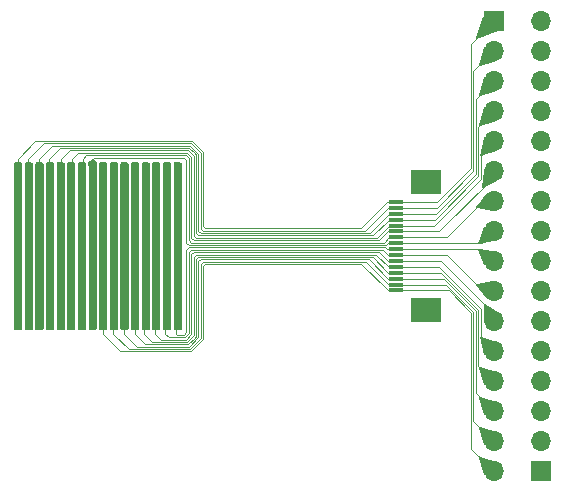
<source format=gbr>
%TF.GenerationSoftware,KiCad,Pcbnew,8.0.8-8.0.8-0~ubuntu24.04.1*%
%TF.CreationDate,2025-02-27T17:22:47+00:00*%
%TF.ProjectId,customSquare16x16mini,63757374-6f6d-4537-9175-617265313678,rev?*%
%TF.SameCoordinates,Original*%
%TF.FileFunction,Copper,L2,Bot*%
%TF.FilePolarity,Positive*%
%FSLAX46Y46*%
G04 Gerber Fmt 4.6, Leading zero omitted, Abs format (unit mm)*
G04 Created by KiCad (PCBNEW 8.0.8-8.0.8-0~ubuntu24.04.1) date 2025-02-27 17:22:47*
%MOMM*%
%LPD*%
G01*
G04 APERTURE LIST*
%TA.AperFunction,Conductor*%
%ADD10C,0.000000*%
%TD*%
%TA.AperFunction,ComponentPad*%
%ADD11R,1.700000X1.700000*%
%TD*%
%TA.AperFunction,ComponentPad*%
%ADD12O,1.700000X1.700000*%
%TD*%
%TA.AperFunction,SMDPad,CuDef*%
%ADD13R,1.250000X0.300000*%
%TD*%
%TA.AperFunction,SMDPad,CuDef*%
%ADD14R,2.500000X2.000000*%
%TD*%
%TA.AperFunction,Conductor*%
%ADD15C,0.101600*%
%TD*%
G04 APERTURE END LIST*
D10*
%TA.AperFunction,Conductor*%
%TO.N,/out7*%
G36*
X114650001Y-107650001D02*
G01*
X114650001Y-107900000D01*
X113950001Y-107900000D01*
X113950001Y-107650000D01*
X114300001Y-107350000D01*
X114400001Y-107350000D01*
X114650001Y-107650001D01*
G37*
%TD.AperFunction*%
%TD*%
D11*
%TO.P,J1,1,Pin_1*%
%TO.N,/out0*%
X148250000Y-95700000D03*
D12*
%TO.P,J1,2,Pin_2*%
%TO.N,/out1*%
X148250000Y-98240000D03*
%TO.P,J1,3,Pin_3*%
%TO.N,/out2*%
X148250000Y-100780000D03*
%TO.P,J1,4,Pin_4*%
%TO.N,/out3*%
X148250000Y-103320000D03*
%TO.P,J1,5,Pin_5*%
%TO.N,/out4*%
X148250000Y-105860000D03*
%TO.P,J1,6,Pin_6*%
%TO.N,/out5*%
X148250000Y-108400000D03*
%TO.P,J1,7,Pin_7*%
%TO.N,/out6*%
X148250000Y-110940000D03*
%TO.P,J1,8,Pin_8*%
%TO.N,/out7*%
X148250000Y-113480000D03*
%TO.P,J1,9,Pin_9*%
%TO.N,/out8*%
X148250000Y-116020000D03*
%TO.P,J1,10,Pin_10*%
%TO.N,/out9*%
X148250000Y-118560000D03*
%TO.P,J1,11,Pin_11*%
%TO.N,/out10*%
X148250000Y-121100000D03*
%TO.P,J1,12,Pin_12*%
%TO.N,/out11*%
X148250000Y-123640000D03*
%TO.P,J1,13,Pin_13*%
%TO.N,/out12*%
X148250000Y-126180000D03*
%TO.P,J1,14,Pin_14*%
%TO.N,/out13*%
X148250000Y-128720000D03*
%TO.P,J1,15,Pin_15*%
%TO.N,/out14*%
X148250000Y-131260000D03*
%TO.P,J1,16,Pin_16*%
%TO.N,/out15*%
X148250000Y-133800000D03*
%TD*%
D11*
%TO.P,J2,1,Pin_1*%
%TO.N,/ain0*%
X152250000Y-133800000D03*
D12*
%TO.P,J2,2,Pin_2*%
%TO.N,/ain1*%
X152250000Y-131260000D03*
%TO.P,J2,3,Pin_3*%
%TO.N,/ain2*%
X152250000Y-128720000D03*
%TO.P,J2,4,Pin_4*%
%TO.N,/ain3*%
X152250000Y-126180000D03*
%TO.P,J2,5,Pin_5*%
%TO.N,/ain4*%
X152250000Y-123640000D03*
%TO.P,J2,6,Pin_6*%
%TO.N,/ain5*%
X152250000Y-121100000D03*
%TO.P,J2,7,Pin_7*%
%TO.N,/ain6*%
X152250000Y-118560000D03*
%TO.P,J2,8,Pin_8*%
%TO.N,/ain7*%
X152250000Y-116020000D03*
%TO.P,J2,9,Pin_9*%
%TO.N,/ain8*%
X152250000Y-113480000D03*
%TO.P,J2,10,Pin_10*%
%TO.N,/ain9*%
X152250000Y-110940000D03*
%TO.P,J2,11,Pin_11*%
%TO.N,/ain10*%
X152250000Y-108400000D03*
%TO.P,J2,12,Pin_12*%
%TO.N,/ain11*%
X152250000Y-105860000D03*
%TO.P,J2,13,Pin_13*%
%TO.N,/ain12*%
X152250000Y-103320000D03*
%TO.P,J2,14,Pin_14*%
%TO.N,/ain13*%
X152250000Y-100780000D03*
%TO.P,J2,15,Pin_15*%
%TO.N,/ain14*%
X152250000Y-98240000D03*
%TO.P,J2,16,Pin_16*%
%TO.N,/ain15*%
X152250000Y-95700000D03*
%TD*%
D13*
%TO.P,FPC1,1,1*%
%TO.N,/out0*%
X139960000Y-111000000D03*
%TO.P,FPC1,2,2*%
%TO.N,/out1*%
X139960000Y-111500000D03*
%TO.P,FPC1,3,3*%
%TO.N,/out2*%
X139960000Y-112000000D03*
%TO.P,FPC1,4,4*%
%TO.N,/out3*%
X139960000Y-112500000D03*
%TO.P,FPC1,5,5*%
%TO.N,/out4*%
X139960000Y-113000000D03*
%TO.P,FPC1,6,6*%
%TO.N,/out5*%
X139960000Y-113500000D03*
%TO.P,FPC1,7,7*%
%TO.N,/out6*%
X139960000Y-114000000D03*
%TO.P,FPC1,8,8*%
%TO.N,/out7*%
X139960000Y-114500000D03*
%TO.P,FPC1,9,9*%
%TO.N,/out8*%
X139960000Y-115000000D03*
%TO.P,FPC1,10,10*%
%TO.N,/out9*%
X139960000Y-115500000D03*
%TO.P,FPC1,11,11*%
%TO.N,/out10*%
X139960000Y-116000000D03*
%TO.P,FPC1,12,12*%
%TO.N,/out11*%
X139960000Y-116500000D03*
%TO.P,FPC1,13,13*%
%TO.N,/out12*%
X139960000Y-117000000D03*
%TO.P,FPC1,14,14*%
%TO.N,/out13*%
X139960000Y-117500000D03*
%TO.P,FPC1,15,15*%
%TO.N,/out14*%
X139960000Y-118000000D03*
%TO.P,FPC1,16,16*%
%TO.N,/out15*%
X139960000Y-118500000D03*
D14*
%TO.P,FPC1,17,17*%
%TO.N,unconnected-(FPC1-Pad17)*%
X142540000Y-120190000D03*
%TO.P,FPC1,18,18*%
%TO.N,unconnected-(FPC1-Pad18)*%
X142540000Y-109310000D03*
%TD*%
D15*
%TO.N,/out4*%
X147150001Y-109047055D02*
X147150001Y-107850000D01*
X147150001Y-107850000D02*
X147151600Y-107848401D01*
X123045201Y-114045200D02*
X122854801Y-113854800D01*
X138354801Y-114045200D02*
X123045201Y-114045200D01*
X143197056Y-113000000D02*
X147150001Y-109047055D01*
X147151600Y-107848401D02*
X147151600Y-106958400D01*
X122415168Y-106645200D02*
X112354801Y-106645200D01*
X122854801Y-107084833D02*
X122415168Y-106645200D01*
X147151600Y-106958400D02*
X148250000Y-105860000D01*
X139400001Y-113000000D02*
X138354801Y-114045200D01*
X111650001Y-107350000D02*
X111650001Y-107850000D01*
X139960000Y-113000000D02*
X139400001Y-113000000D01*
X139960000Y-113000000D02*
X143197056Y-113000000D01*
X122854801Y-113854800D02*
X122854801Y-107084833D01*
X112354801Y-106645200D02*
X111650001Y-107350000D01*
%TO.N,/out6*%
X122248156Y-107048400D02*
X113751601Y-107048400D01*
X122451601Y-107251845D02*
X122248156Y-107048400D01*
X139400001Y-114000000D02*
X138951601Y-114448400D01*
X138951601Y-114448400D02*
X122650001Y-114448400D01*
X122650001Y-114448400D02*
X122451601Y-114250000D01*
X113751601Y-107048400D02*
X113450001Y-107350000D01*
X147360001Y-110940000D02*
X148250000Y-110940000D01*
X144300001Y-114000000D02*
X147360001Y-110940000D01*
X113450001Y-107350000D02*
X113450001Y-107750000D01*
X139960000Y-114000000D02*
X139400001Y-114000000D01*
X139960000Y-114000000D02*
X144300001Y-114000000D01*
X122451601Y-114250000D02*
X122451601Y-107251845D01*
%TO.N,/out14*%
X146545201Y-129555201D02*
X146545201Y-120315412D01*
X137461200Y-116061200D02*
X123638801Y-116061200D01*
X144229789Y-118000000D02*
X139960000Y-118000000D01*
X148250000Y-131260000D02*
X146545201Y-129555201D01*
X139960000Y-118000000D02*
X139400000Y-118000000D01*
X146545201Y-120315412D02*
X144229789Y-118000000D01*
X123459601Y-122551035D02*
X122551036Y-123459600D01*
X122551036Y-123459600D02*
X117359601Y-123459600D01*
X139400000Y-118000000D02*
X137461200Y-116061200D01*
X123638801Y-116061200D02*
X123459601Y-116240400D01*
X123459601Y-116240400D02*
X123459601Y-122551035D01*
X117359601Y-123459600D02*
X116050001Y-122150000D01*
X116050001Y-122150000D02*
X116050001Y-121650000D01*
%TO.N,/out9*%
X122451601Y-115248400D02*
X122451601Y-122133506D01*
X144300000Y-115500000D02*
X139960000Y-115500000D01*
X122451601Y-122133506D02*
X122133507Y-122451600D01*
X139960000Y-115500000D02*
X139335000Y-115500000D01*
X148250000Y-118560000D02*
X147360000Y-118560000D01*
X122133507Y-122451600D02*
X120751601Y-122451600D01*
X139335000Y-115500000D02*
X138888200Y-115053200D01*
X147360000Y-118560000D02*
X144300000Y-115500000D01*
X122646801Y-115053200D02*
X122451601Y-115248400D01*
X120450001Y-122150000D02*
X120450001Y-121650000D01*
X138888200Y-115053200D02*
X122646801Y-115053200D01*
X120751601Y-122451600D02*
X120450001Y-122150000D01*
%TO.N,/out12*%
X143800001Y-117000000D02*
X139960000Y-117000000D01*
X122384025Y-123056400D02*
X118756401Y-123056400D01*
X139350000Y-117000000D02*
X138008000Y-115658000D01*
X123056401Y-115843600D02*
X123056401Y-122384024D01*
X148250000Y-126180000D02*
X146948401Y-124878401D01*
X146948401Y-124878401D02*
X146948401Y-120148400D01*
X138008000Y-115658000D02*
X123242001Y-115658000D01*
X117850001Y-122150000D02*
X117850001Y-121650000D01*
X122938306Y-122502118D02*
X122398412Y-123042012D01*
X146948401Y-120148400D02*
X143800001Y-117000000D01*
X118756401Y-123056400D02*
X117850001Y-122150000D01*
X123056401Y-122384024D02*
X122938306Y-122502118D01*
X123242001Y-115658000D02*
X123056401Y-115843600D01*
X122398412Y-123042012D02*
X122384025Y-123056400D01*
X139960000Y-117000000D02*
X139350000Y-117000000D01*
%TO.N,/out10*%
X122217013Y-122653200D02*
X120053201Y-122653200D01*
X148250000Y-120449999D02*
X143800001Y-116000000D01*
X139285000Y-116000000D02*
X138539800Y-115254800D01*
X122845201Y-115254800D02*
X122653201Y-115446800D01*
X148250000Y-121100000D02*
X148250000Y-120449999D01*
X119550001Y-122150000D02*
X119550001Y-121650000D01*
X139960000Y-116000000D02*
X139285000Y-116000000D01*
X143800001Y-116000000D02*
X139960000Y-116000000D01*
X138539800Y-115254800D02*
X122845201Y-115254800D01*
X122653201Y-122217012D02*
X122217013Y-122653200D01*
X120053201Y-122653200D02*
X119550001Y-122150000D01*
X122653201Y-115446800D02*
X122653201Y-122217012D01*
%TO.N,/out5*%
X138553200Y-114246800D02*
X122846801Y-114246800D01*
X122653201Y-107168339D02*
X122331662Y-106846800D01*
X122846801Y-114246800D02*
X122653201Y-114053200D01*
X122331662Y-106846800D02*
X113053201Y-106846800D01*
X113053201Y-106846800D02*
X112550001Y-107350000D01*
X143600001Y-113500000D02*
X148250000Y-108850001D01*
X139960000Y-113500000D02*
X143600001Y-113500000D01*
X139960000Y-113500000D02*
X139300000Y-113500000D01*
X122653201Y-114053200D02*
X122653201Y-107168339D01*
X148250000Y-108850001D02*
X148250000Y-108400000D01*
X139300000Y-113500000D02*
X138553200Y-114246800D01*
X112550001Y-107350000D02*
X112550001Y-107850000D01*
%TO.N,/out7*%
X122250001Y-114450000D02*
X122250001Y-107450000D01*
X114450001Y-107250000D02*
X114350001Y-107350000D01*
X122050001Y-107250000D02*
X114450001Y-107250000D01*
X139960000Y-114500000D02*
X147230000Y-114500000D01*
X114350001Y-107350000D02*
X114350001Y-107750000D01*
X122450001Y-114650000D02*
X122250001Y-114450000D01*
X139150001Y-114650000D02*
X122450001Y-114650000D01*
X139960000Y-114500000D02*
X139300001Y-114500000D01*
X122250001Y-107450000D02*
X122050001Y-107250000D01*
X139300001Y-114500000D02*
X139150001Y-114650000D01*
X147230000Y-114500000D02*
X148250000Y-113480000D01*
%TO.N,/out15*%
X144444683Y-118500000D02*
X146343601Y-120398918D01*
X146343601Y-131893601D02*
X148250000Y-133800000D01*
X122634542Y-123661200D02*
X116661201Y-123661200D01*
X137062800Y-116262800D02*
X123837201Y-116262800D01*
X139960000Y-118500000D02*
X139300000Y-118500000D01*
X146343601Y-120398918D02*
X146343601Y-131893601D01*
X139300000Y-118500000D02*
X137062800Y-116262800D01*
X139960000Y-118500000D02*
X144444683Y-118500000D01*
X123837201Y-116262800D02*
X123661201Y-116438800D01*
X115150001Y-122150000D02*
X115150001Y-121650000D01*
X123661201Y-122634541D02*
X122634542Y-123661200D01*
X116661201Y-123661200D02*
X115150001Y-122150000D01*
X123661201Y-116438800D02*
X123661201Y-122634541D01*
%TO.N,/out11*%
X147150001Y-120050000D02*
X143600001Y-116500000D01*
X122300519Y-122854800D02*
X119354801Y-122854800D01*
X119354801Y-122854800D02*
X118650001Y-122150000D01*
X123043601Y-115456400D02*
X122854801Y-115645200D01*
X139960000Y-116500000D02*
X139360736Y-116500000D01*
X122854801Y-122300518D02*
X122300519Y-122854800D01*
X147150001Y-122550000D02*
X147150001Y-120050000D01*
X143600001Y-116500000D02*
X139960000Y-116500000D01*
X148250000Y-123640000D02*
X148240001Y-123640000D01*
X148240001Y-123640000D02*
X147150001Y-122550000D01*
X118650001Y-122150000D02*
X118650001Y-121650000D01*
X139360736Y-116500000D02*
X138317136Y-115456400D01*
X122854801Y-115645200D02*
X122854801Y-122300518D01*
X138317136Y-115456400D02*
X123043601Y-115456400D01*
%TO.N,/out2*%
X139960000Y-112000000D02*
X143348528Y-112000000D01*
X109750001Y-107350000D02*
X109750001Y-107850000D01*
X122582180Y-106242000D02*
X110858001Y-106242000D01*
X143348528Y-112000000D02*
X146746801Y-108601727D01*
X123258001Y-113458000D02*
X123258001Y-106917821D01*
X146746801Y-108601727D02*
X146746801Y-102283199D01*
X137758001Y-113642000D02*
X123442001Y-113642000D01*
X139400001Y-112000000D02*
X137758001Y-113642000D01*
X146746801Y-102283199D02*
X148250000Y-100780000D01*
X123442001Y-113642000D02*
X123258001Y-113458000D01*
X139960000Y-112000000D02*
X139400001Y-112000000D01*
X110858001Y-106242000D02*
X109750001Y-107350000D01*
X123258001Y-106917821D02*
X122582180Y-106242000D01*
%TO.N,/out1*%
X110159601Y-106040400D02*
X108850001Y-107350000D01*
X139960000Y-111500000D02*
X139303168Y-111500000D01*
X137362768Y-113440400D02*
X123640401Y-113440400D01*
X123459601Y-106834315D02*
X123341506Y-106716221D01*
X122665686Y-106040400D02*
X110159601Y-106040400D01*
X123237643Y-106612357D02*
X122665686Y-106040400D01*
X146545201Y-108379063D02*
X146545201Y-99944799D01*
X139960000Y-111500000D02*
X143424264Y-111500000D01*
X139303168Y-111500000D02*
X137362768Y-113440400D01*
X123640401Y-113440400D02*
X123459601Y-113259600D01*
X146545201Y-99944799D02*
X148250000Y-98240000D01*
X123459601Y-113259600D02*
X123459601Y-106834315D01*
X108850001Y-107350000D02*
X108850001Y-107850000D01*
X123341506Y-106716221D02*
X123237643Y-106612357D01*
X143424264Y-111500000D02*
X146545201Y-108379063D01*
%TO.N,/out0*%
X109461201Y-105838800D02*
X107950001Y-107350000D01*
X146343601Y-108156399D02*
X146343601Y-97606399D01*
X143500000Y-111000000D02*
X146343601Y-108156399D01*
X139960000Y-111000000D02*
X139250000Y-111000000D01*
X139960000Y-111000000D02*
X143500000Y-111000000D01*
X107950001Y-107350000D02*
X107950001Y-107850000D01*
X137011200Y-113238800D02*
X123838801Y-113238800D01*
X123661201Y-106750809D02*
X122749192Y-105838800D01*
X146343601Y-97606399D02*
X148250000Y-95700000D01*
X123661201Y-113061200D02*
X123661201Y-106750809D01*
X123838801Y-113238800D02*
X123661201Y-113061200D01*
X139250000Y-111000000D02*
X137011200Y-113238800D01*
X122749192Y-105838800D02*
X109461201Y-105838800D01*
%TO.N,/out8*%
X122448401Y-114851600D02*
X122250001Y-115050000D01*
X122250001Y-115050000D02*
X122250001Y-122050000D01*
X139081601Y-114851600D02*
X122448401Y-114851600D01*
X121350001Y-122150000D02*
X121350001Y-121650000D01*
X139960000Y-115000000D02*
X139230001Y-115000000D01*
X139230001Y-115000000D02*
X139081601Y-114851600D01*
X121450001Y-122250000D02*
X121350001Y-122150000D01*
X122050001Y-122250000D02*
X121450001Y-122250000D01*
X148250000Y-116020000D02*
X147230000Y-115000000D01*
X147230000Y-115000000D02*
X139960000Y-115000000D01*
X122250001Y-122050000D02*
X122050001Y-122250000D01*
%TO.N,/out13*%
X118058001Y-123258000D02*
X116950001Y-122150000D01*
X116950001Y-122150000D02*
X116950001Y-121650000D01*
X139960000Y-117500000D02*
X139350000Y-117500000D01*
X146746801Y-120231906D02*
X144014895Y-117500000D01*
X137709600Y-115859600D02*
X123440401Y-115859600D01*
X123258001Y-122467529D02*
X122467530Y-123258000D01*
X122467530Y-123258000D02*
X118058001Y-123258000D01*
X144014895Y-117500000D02*
X139960000Y-117500000D01*
X148250000Y-128720000D02*
X146746801Y-127216801D01*
X139350000Y-117500000D02*
X137709600Y-115859600D01*
X146746801Y-127216801D02*
X146746801Y-120231906D01*
X123440401Y-115859600D02*
X123258001Y-116042000D01*
X123258001Y-116042000D02*
X123258001Y-122467529D01*
%TO.N,/out3*%
X139400001Y-112500000D02*
X138056401Y-113843600D01*
X143272792Y-112500000D02*
X146948401Y-108824391D01*
X111556401Y-106443600D02*
X110650001Y-107350000D01*
X123243601Y-113843600D02*
X123056401Y-113656400D01*
X138056401Y-113843600D02*
X123243601Y-113843600D01*
X146948401Y-108824391D02*
X146948401Y-104621599D01*
X123056401Y-107001327D02*
X122938306Y-106883233D01*
X146948401Y-104621599D02*
X148250000Y-103320000D01*
X139960000Y-112500000D02*
X139400001Y-112500000D01*
X110650001Y-107350000D02*
X110650001Y-107850000D01*
X123056401Y-113656400D02*
X123056401Y-107001327D01*
X139960000Y-112500000D02*
X143272792Y-112500000D01*
X122498674Y-106443600D02*
X111556401Y-106443600D01*
X122938306Y-106883233D02*
X122498674Y-106443600D01*
%TD*%
%TA.AperFunction,Conductor*%
%TO.N,/out7*%
G36*
X114593040Y-107669685D02*
G01*
X114638795Y-107722489D01*
X114650001Y-107774000D01*
X114650001Y-107870973D01*
X114648966Y-107885732D01*
X114649096Y-107885747D01*
X114645795Y-107915031D01*
X114645792Y-107915066D01*
X114644501Y-107938065D01*
X114644501Y-121725999D01*
X114624816Y-121793038D01*
X114572012Y-121838793D01*
X114520501Y-121849999D01*
X114079501Y-121850000D01*
X114012462Y-121830316D01*
X113966707Y-121777512D01*
X113955501Y-121726000D01*
X113955501Y-107955779D01*
X113955177Y-107944263D01*
X113955177Y-107944251D01*
X113954397Y-107930367D01*
X113953429Y-107918885D01*
X113950781Y-107895382D01*
X113950001Y-107881499D01*
X113950001Y-107774000D01*
X113969686Y-107706961D01*
X114022490Y-107661206D01*
X114074000Y-107650000D01*
X114526003Y-107650000D01*
X114593040Y-107669685D01*
G37*
%TD.AperFunction*%
%TD*%
%TA.AperFunction,Conductor*%
%TO.N,/out8*%
G36*
X121793040Y-107669685D02*
G01*
X121838795Y-107722489D01*
X121850001Y-107774000D01*
X121850001Y-121726000D01*
X121830316Y-121793039D01*
X121777512Y-121838794D01*
X121726001Y-121850000D01*
X121279501Y-121850000D01*
X121212462Y-121830315D01*
X121166707Y-121777511D01*
X121155501Y-121726000D01*
X121155501Y-107774000D01*
X121175186Y-107706961D01*
X121227990Y-107661206D01*
X121279501Y-107650000D01*
X121726001Y-107650000D01*
X121793040Y-107669685D01*
G37*
%TD.AperFunction*%
%TD*%
%TA.AperFunction,Conductor*%
%TO.N,/out11*%
G36*
X119087539Y-107669685D02*
G01*
X119133294Y-107722489D01*
X119144500Y-107774000D01*
X119144500Y-121726000D01*
X119124815Y-121793039D01*
X119072011Y-121838794D01*
X119020500Y-121850000D01*
X118579501Y-121849999D01*
X118512461Y-121830314D01*
X118466707Y-121777510D01*
X118455501Y-121725999D01*
X118455501Y-107774000D01*
X118475186Y-107706961D01*
X118527990Y-107661206D01*
X118579501Y-107650000D01*
X119020500Y-107650000D01*
X119087539Y-107669685D01*
G37*
%TD.AperFunction*%
%TD*%
%TA.AperFunction,Conductor*%
%TO.N,/out5*%
G36*
X112787540Y-107669685D02*
G01*
X112833295Y-107722489D01*
X112844501Y-107774000D01*
X112844501Y-121726000D01*
X112824816Y-121793039D01*
X112772012Y-121838794D01*
X112720501Y-121850000D01*
X112279501Y-121850000D01*
X112212462Y-121830315D01*
X112166707Y-121777511D01*
X112155501Y-121726000D01*
X112155501Y-107774000D01*
X112175186Y-107706961D01*
X112227990Y-107661206D01*
X112279501Y-107650000D01*
X112720501Y-107650000D01*
X112787540Y-107669685D01*
G37*
%TD.AperFunction*%
%TD*%
%TA.AperFunction,Conductor*%
%TO.N,/out4*%
G36*
X111893040Y-107669685D02*
G01*
X111938795Y-107722489D01*
X111950001Y-107774000D01*
X111950001Y-121726000D01*
X111930316Y-121793039D01*
X111877512Y-121838794D01*
X111826001Y-121850000D01*
X111379501Y-121850000D01*
X111312462Y-121830315D01*
X111266707Y-121777511D01*
X111255501Y-121726000D01*
X111255501Y-107774000D01*
X111275186Y-107706961D01*
X111327990Y-107661206D01*
X111379501Y-107650000D01*
X111826001Y-107650000D01*
X111893040Y-107669685D01*
G37*
%TD.AperFunction*%
%TD*%
%TA.AperFunction,Conductor*%
%TO.N,/out12*%
G36*
X118193040Y-107669685D02*
G01*
X118238795Y-107722489D01*
X118250001Y-107774000D01*
X118250001Y-121726000D01*
X118230316Y-121793039D01*
X118177512Y-121838794D01*
X118126001Y-121850000D01*
X117679501Y-121850000D01*
X117612462Y-121830315D01*
X117566707Y-121777511D01*
X117555501Y-121726000D01*
X117555501Y-107774000D01*
X117575186Y-107706961D01*
X117627990Y-107661206D01*
X117679501Y-107650000D01*
X118126001Y-107650000D01*
X118193040Y-107669685D01*
G37*
%TD.AperFunction*%
%TD*%
%TA.AperFunction,Conductor*%
%TO.N,/out10*%
G36*
X119987540Y-107669686D02*
G01*
X120033295Y-107722490D01*
X120044501Y-107774001D01*
X120044501Y-121725999D01*
X120024816Y-121793038D01*
X119972012Y-121838793D01*
X119920501Y-121849999D01*
X119474000Y-121849999D01*
X119406961Y-121830314D01*
X119361206Y-121777510D01*
X119350000Y-121726003D01*
X119350000Y-107774000D01*
X119369685Y-107706962D01*
X119422489Y-107661207D01*
X119474000Y-107650001D01*
X119920501Y-107650001D01*
X119987540Y-107669686D01*
G37*
%TD.AperFunction*%
%TD*%
%TA.AperFunction,Conductor*%
%TO.N,/out15*%
G36*
X115487540Y-107669685D02*
G01*
X115533295Y-107722489D01*
X115544501Y-107774000D01*
X115544501Y-121725999D01*
X115524816Y-121793038D01*
X115472012Y-121838793D01*
X115420501Y-121849999D01*
X114974001Y-121849999D01*
X114906962Y-121830314D01*
X114861207Y-121777510D01*
X114850001Y-121725999D01*
X114850001Y-107938067D01*
X114853110Y-107910476D01*
X114853299Y-107909646D01*
X114855501Y-107900000D01*
X114855501Y-107774000D01*
X114875186Y-107706961D01*
X114927990Y-107661206D01*
X114979497Y-107650000D01*
X115420501Y-107650000D01*
X115487540Y-107669685D01*
G37*
%TD.AperFunction*%
%TD*%
%TA.AperFunction,Conductor*%
%TO.N,/out1*%
G36*
X109187540Y-107669685D02*
G01*
X109233295Y-107722489D01*
X109244501Y-107774000D01*
X109244501Y-121726000D01*
X109224816Y-121793039D01*
X109172012Y-121838794D01*
X109120501Y-121850000D01*
X108679501Y-121850000D01*
X108612462Y-121830315D01*
X108566707Y-121777511D01*
X108555501Y-121726000D01*
X108555501Y-121725999D01*
X108555502Y-107774000D01*
X108555501Y-107773997D01*
X108575186Y-107706961D01*
X108627990Y-107661206D01*
X108679500Y-107650000D01*
X109120503Y-107650000D01*
X109187540Y-107669685D01*
G37*
%TD.AperFunction*%
%TD*%
%TA.AperFunction,Conductor*%
%TO.N,/out0*%
G36*
X108293041Y-107669685D02*
G01*
X108338796Y-107722489D01*
X108350002Y-107774000D01*
X108350001Y-121725999D01*
X108330316Y-121793038D01*
X108277512Y-121838793D01*
X108226001Y-121849999D01*
X107774002Y-121849999D01*
X107706963Y-121830314D01*
X107661208Y-121777510D01*
X107650002Y-121725999D01*
X107650002Y-107774000D01*
X107669687Y-107706961D01*
X107722491Y-107661206D01*
X107774002Y-107650000D01*
X108226002Y-107650000D01*
X108293041Y-107669685D01*
G37*
%TD.AperFunction*%
%TD*%
%TA.AperFunction,Conductor*%
%TO.N,/out6*%
G36*
X113687540Y-107669685D02*
G01*
X113733295Y-107722489D01*
X113744501Y-107774000D01*
X113744501Y-107900004D01*
X113749221Y-107941894D01*
X113750001Y-107955778D01*
X113750001Y-121726000D01*
X113730316Y-121793039D01*
X113677512Y-121838794D01*
X113626001Y-121850000D01*
X113174001Y-121850000D01*
X113106962Y-121830315D01*
X113061207Y-121777511D01*
X113050001Y-121726000D01*
X113050001Y-107774000D01*
X113069686Y-107706961D01*
X113122490Y-107661206D01*
X113174001Y-107650000D01*
X113620501Y-107650000D01*
X113687540Y-107669685D01*
G37*
%TD.AperFunction*%
%TD*%
%TA.AperFunction,Conductor*%
%TO.N,/out2*%
G36*
X110087540Y-107669686D02*
G01*
X110133295Y-107722490D01*
X110144501Y-107774001D01*
X110144501Y-121725999D01*
X110124816Y-121793038D01*
X110072012Y-121838793D01*
X110020501Y-121849999D01*
X109574001Y-121849999D01*
X109506962Y-121830314D01*
X109461207Y-121777510D01*
X109450001Y-121725999D01*
X109450001Y-107774001D01*
X109469686Y-107706962D01*
X109522490Y-107661207D01*
X109574001Y-107650001D01*
X110020501Y-107650001D01*
X110087540Y-107669686D01*
G37*
%TD.AperFunction*%
%TD*%
%TA.AperFunction,Conductor*%
%TO.N,/out9*%
G36*
X120893040Y-107669685D02*
G01*
X120938795Y-107722489D01*
X120950001Y-107774000D01*
X120950001Y-121725999D01*
X120930316Y-121793038D01*
X120877512Y-121838793D01*
X120826001Y-121849999D01*
X120374001Y-121849999D01*
X120306962Y-121830314D01*
X120261207Y-121777510D01*
X120250001Y-121725999D01*
X120250001Y-107774000D01*
X120269686Y-107706961D01*
X120322490Y-107661206D01*
X120373997Y-107650000D01*
X120826001Y-107650000D01*
X120893040Y-107669685D01*
G37*
%TD.AperFunction*%
%TD*%
%TA.AperFunction,Conductor*%
%TO.N,/out13*%
G36*
X117293040Y-107669685D02*
G01*
X117338795Y-107722489D01*
X117350001Y-107774000D01*
X117350001Y-121726000D01*
X117330316Y-121793039D01*
X117277512Y-121838794D01*
X117226001Y-121850000D01*
X116779501Y-121850000D01*
X116712462Y-121830315D01*
X116666707Y-121777511D01*
X116655501Y-121726000D01*
X116655501Y-107774000D01*
X116675186Y-107706961D01*
X116727990Y-107661206D01*
X116779501Y-107650000D01*
X117226001Y-107650000D01*
X117293040Y-107669685D01*
G37*
%TD.AperFunction*%
%TD*%
%TA.AperFunction,Conductor*%
%TO.N,/out3*%
G36*
X110993040Y-107669685D02*
G01*
X111038795Y-107722489D01*
X111050001Y-107774000D01*
X111050001Y-121726000D01*
X111030316Y-121793039D01*
X110977512Y-121838794D01*
X110926001Y-121850000D01*
X110474001Y-121850000D01*
X110406962Y-121830315D01*
X110361207Y-121777511D01*
X110350001Y-121726000D01*
X110350001Y-107774000D01*
X110369686Y-107706961D01*
X110422490Y-107661206D01*
X110474001Y-107650000D01*
X110926001Y-107650000D01*
X110993040Y-107669685D01*
G37*
%TD.AperFunction*%
%TD*%
%TA.AperFunction,Conductor*%
%TO.N,/out14*%
G36*
X116393040Y-107669685D02*
G01*
X116438795Y-107722489D01*
X116450001Y-107774000D01*
X116450001Y-121726000D01*
X116430316Y-121793039D01*
X116377512Y-121838794D01*
X116326001Y-121850000D01*
X115874001Y-121850000D01*
X115806962Y-121830315D01*
X115761207Y-121777511D01*
X115750001Y-121726000D01*
X115750001Y-107774000D01*
X115769686Y-107706961D01*
X115822490Y-107661206D01*
X115874001Y-107650000D01*
X116326001Y-107650000D01*
X116393040Y-107669685D01*
G37*
%TD.AperFunction*%
%TD*%
%TA.AperFunction,Conductor*%
%TO.N,/out4*%
G36*
X147477444Y-105539981D02*
G01*
X148245511Y-105857146D01*
X148251850Y-105863471D01*
X148251856Y-105863487D01*
X148570488Y-106633712D01*
X148570484Y-106642667D01*
X148564150Y-106648996D01*
X148563392Y-106649279D01*
X147649061Y-106955457D01*
X147237340Y-107093329D01*
X147204210Y-107104423D01*
X147200495Y-107105029D01*
X147115521Y-107105029D01*
X147107248Y-107101602D01*
X147103821Y-107093329D01*
X147104123Y-107090688D01*
X147461588Y-105548153D01*
X147466793Y-105540870D01*
X147475626Y-105539399D01*
X147477444Y-105539981D01*
G37*
%TD.AperFunction*%
%TD*%
%TA.AperFunction,Conductor*%
%TO.N,/out6*%
G36*
X147657248Y-110347340D02*
G01*
X147658265Y-110348243D01*
X148247265Y-110935860D01*
X148250702Y-110944129D01*
X148250702Y-110944153D01*
X148250011Y-111776167D01*
X148246577Y-111784437D01*
X148238301Y-111787857D01*
X148236360Y-111787693D01*
X146826846Y-111549300D01*
X146820524Y-111546037D01*
X146758677Y-111484190D01*
X146755250Y-111475917D01*
X146757764Y-111468671D01*
X147171559Y-110944129D01*
X147640817Y-110349278D01*
X147648631Y-110344907D01*
X147657248Y-110347340D01*
G37*
%TD.AperFunction*%
%TD*%
%TA.AperFunction,Conductor*%
%TO.N,/out14*%
G36*
X147090550Y-130024035D02*
G01*
X148562943Y-130470957D01*
X148569864Y-130476639D01*
X148570741Y-130485551D01*
X148570359Y-130486619D01*
X148252562Y-131256214D01*
X148246237Y-131262553D01*
X148246214Y-131262562D01*
X147476619Y-131580359D01*
X147467664Y-131580350D01*
X147461339Y-131574011D01*
X147460957Y-131572943D01*
X147014035Y-130100550D01*
X147014912Y-130091638D01*
X147016955Y-130088882D01*
X147078880Y-130026957D01*
X147087152Y-130023531D01*
X147090550Y-130024035D01*
G37*
%TD.AperFunction*%
%TD*%
%TA.AperFunction,Conductor*%
%TO.N,/out9*%
G36*
X148245089Y-117714305D02*
G01*
X148249847Y-117721891D01*
X148250011Y-117723832D01*
X148250702Y-118555846D01*
X148247282Y-118564122D01*
X148247265Y-118564139D01*
X147658265Y-119151756D01*
X147649988Y-119155173D01*
X147641719Y-119151736D01*
X147640816Y-119150719D01*
X146757764Y-118031329D01*
X146755331Y-118022712D01*
X146758676Y-118015811D01*
X146820526Y-117953961D01*
X146826844Y-117950700D01*
X148236362Y-117712306D01*
X148245089Y-117714305D01*
G37*
%TD.AperFunction*%
%TD*%
%TA.AperFunction,Conductor*%
%TO.N,/out12*%
G36*
X147090550Y-124944035D02*
G01*
X148562943Y-125390957D01*
X148569864Y-125396639D01*
X148570741Y-125405551D01*
X148570359Y-125406619D01*
X148252562Y-126176214D01*
X148246237Y-126182553D01*
X148246214Y-126182562D01*
X147476619Y-126500359D01*
X147467664Y-126500350D01*
X147461339Y-126494011D01*
X147460957Y-126492943D01*
X147014035Y-125020550D01*
X147014912Y-125011638D01*
X147016955Y-125008882D01*
X147078880Y-124946957D01*
X147087152Y-124943531D01*
X147090550Y-124944035D01*
G37*
%TD.AperFunction*%
%TD*%
%TA.AperFunction,Conductor*%
%TO.N,/out10*%
G36*
X147525970Y-119651220D02*
G01*
X148193611Y-120073371D01*
X148566963Y-120309443D01*
X148572124Y-120316761D01*
X148571524Y-120323798D01*
X148253696Y-121093466D01*
X148247371Y-121099805D01*
X148242872Y-121100700D01*
X147412087Y-121100010D01*
X147403817Y-121096576D01*
X147400397Y-121088300D01*
X147400404Y-121087919D01*
X147446067Y-119722677D01*
X147449486Y-119714798D01*
X147511448Y-119652836D01*
X147519720Y-119649410D01*
X147525970Y-119651220D01*
G37*
%TD.AperFunction*%
%TD*%
%TA.AperFunction,Conductor*%
%TO.N,/out5*%
G36*
X148251148Y-108402719D02*
G01*
X148253696Y-108406533D01*
X148571185Y-109175379D01*
X148571176Y-109184334D01*
X148565753Y-109190234D01*
X147361196Y-109814308D01*
X147352274Y-109815071D01*
X147347541Y-109812192D01*
X147285613Y-109750264D01*
X147282186Y-109741991D01*
X147282230Y-109740980D01*
X147399063Y-108410666D01*
X147403200Y-108402726D01*
X147410707Y-108399991D01*
X148242873Y-108399299D01*
X148251148Y-108402719D01*
G37*
%TD.AperFunction*%
%TD*%
%TA.AperFunction,Conductor*%
%TO.N,/out7*%
G36*
X147475800Y-113159310D02*
G01*
X148243763Y-113477006D01*
X148250097Y-113483335D01*
X148250990Y-113487831D01*
X148250011Y-114320160D01*
X148246574Y-114328429D01*
X148240304Y-114331675D01*
X146986190Y-114548433D01*
X146977454Y-114546465D01*
X146972668Y-114538897D01*
X146972497Y-114536904D01*
X146972497Y-114451348D01*
X146973261Y-114447190D01*
X147017184Y-114331675D01*
X147460422Y-113165973D01*
X147466564Y-113159460D01*
X147475515Y-113159197D01*
X147475800Y-113159310D01*
G37*
%TD.AperFunction*%
%TD*%
%TA.AperFunction,Conductor*%
%TO.N,/out15*%
G36*
X147090550Y-132564035D02*
G01*
X148562943Y-133010957D01*
X148569864Y-133016639D01*
X148570741Y-133025551D01*
X148570359Y-133026619D01*
X148252562Y-133796214D01*
X148246237Y-133802553D01*
X148246214Y-133802562D01*
X147476619Y-134120359D01*
X147467664Y-134120350D01*
X147461339Y-134114011D01*
X147460957Y-134112943D01*
X147014035Y-132640550D01*
X147014912Y-132631638D01*
X147016955Y-132628882D01*
X147078880Y-132566957D01*
X147087152Y-132563531D01*
X147090550Y-132564035D01*
G37*
%TD.AperFunction*%
%TD*%
%TA.AperFunction,Conductor*%
%TO.N,/out11*%
G36*
X147202590Y-122400561D02*
G01*
X147500282Y-122499049D01*
X148563334Y-122850749D01*
X148570112Y-122856601D01*
X148570767Y-122865532D01*
X148570470Y-122866330D01*
X148251856Y-123636512D01*
X148245527Y-123642846D01*
X148245511Y-123642853D01*
X147477430Y-123960024D01*
X147468475Y-123960015D01*
X147462150Y-123953676D01*
X147461571Y-123951876D01*
X147102554Y-122414328D01*
X147104010Y-122405494D01*
X147111288Y-122400275D01*
X147113948Y-122399969D01*
X147198915Y-122399969D01*
X147202590Y-122400561D01*
G37*
%TD.AperFunction*%
%TD*%
%TA.AperFunction,Conductor*%
%TO.N,/out2*%
G36*
X147476618Y-100459639D02*
G01*
X148246215Y-100777438D01*
X148252552Y-100783761D01*
X148252562Y-100783785D01*
X148570359Y-101553380D01*
X148570350Y-101562335D01*
X148564011Y-101568660D01*
X148562943Y-101569042D01*
X147090550Y-102015964D01*
X147081638Y-102015087D01*
X147078879Y-102013041D01*
X147016958Y-101951120D01*
X147013531Y-101942847D01*
X147014035Y-101939449D01*
X147364826Y-100783762D01*
X147460957Y-100467055D01*
X147466639Y-100460135D01*
X147475551Y-100459258D01*
X147476618Y-100459639D01*
G37*
%TD.AperFunction*%
%TD*%
%TA.AperFunction,Conductor*%
%TO.N,/out1*%
G36*
X147476618Y-97919639D02*
G01*
X148246215Y-98237438D01*
X148252552Y-98243761D01*
X148252562Y-98243785D01*
X148570359Y-99013380D01*
X148570350Y-99022335D01*
X148564011Y-99028660D01*
X148562943Y-99029042D01*
X147090550Y-99475964D01*
X147081638Y-99475087D01*
X147078879Y-99473041D01*
X147016958Y-99411120D01*
X147013531Y-99402847D01*
X147014035Y-99399449D01*
X147364826Y-98243762D01*
X147460957Y-97927055D01*
X147466639Y-97920135D01*
X147475551Y-97919258D01*
X147476618Y-97919639D01*
G37*
%TD.AperFunction*%
%TD*%
%TA.AperFunction,Conductor*%
%TO.N,/out0*%
G36*
X147411297Y-95352584D02*
G01*
X148246216Y-95697438D01*
X148252553Y-95703763D01*
X148252562Y-95703784D01*
X148597406Y-96538679D01*
X148597397Y-96547634D01*
X148591059Y-96553960D01*
X148590559Y-96554153D01*
X146841868Y-97184442D01*
X146832923Y-97184023D01*
X146829628Y-97181708D01*
X146768291Y-97120371D01*
X146764864Y-97112098D01*
X146765556Y-97108134D01*
X147395847Y-95359438D01*
X147401875Y-95352819D01*
X147410820Y-95352400D01*
X147411297Y-95352584D01*
G37*
%TD.AperFunction*%
%TD*%
%TA.AperFunction,Conductor*%
%TO.N,/out8*%
G36*
X146986182Y-114951565D02*
G01*
X148240304Y-115168324D01*
X148247872Y-115173110D01*
X148250011Y-115179839D01*
X148250990Y-116012168D01*
X148247573Y-116020445D01*
X148243763Y-116022993D01*
X147475830Y-116340677D01*
X147466875Y-116340673D01*
X147460546Y-116334339D01*
X147460438Y-116334066D01*
X146973261Y-115052809D01*
X146972497Y-115048651D01*
X146972497Y-114963095D01*
X146975924Y-114954822D01*
X146984197Y-114951395D01*
X146986182Y-114951565D01*
G37*
%TD.AperFunction*%
%TD*%
%TA.AperFunction,Conductor*%
%TO.N,/out13*%
G36*
X147090550Y-127484035D02*
G01*
X148562943Y-127930957D01*
X148569864Y-127936639D01*
X148570741Y-127945551D01*
X148570359Y-127946619D01*
X148252562Y-128716214D01*
X148246237Y-128722553D01*
X148246214Y-128722562D01*
X147476619Y-129040359D01*
X147467664Y-129040350D01*
X147461339Y-129034011D01*
X147460957Y-129032943D01*
X147014035Y-127560550D01*
X147014912Y-127551638D01*
X147016955Y-127548882D01*
X147078880Y-127486957D01*
X147087152Y-127483531D01*
X147090550Y-127484035D01*
G37*
%TD.AperFunction*%
%TD*%
%TA.AperFunction,Conductor*%
%TO.N,/out3*%
G36*
X147476618Y-102999639D02*
G01*
X148246215Y-103317438D01*
X148252552Y-103323761D01*
X148252562Y-103323785D01*
X148570359Y-104093380D01*
X148570350Y-104102335D01*
X148564011Y-104108660D01*
X148562943Y-104109042D01*
X147090550Y-104555964D01*
X147081638Y-104555087D01*
X147078879Y-104553041D01*
X147016958Y-104491120D01*
X147013531Y-104482847D01*
X147014035Y-104479449D01*
X147364826Y-103323762D01*
X147460957Y-103007055D01*
X147466639Y-103000135D01*
X147475551Y-102999258D01*
X147476618Y-102999639D01*
G37*
%TD.AperFunction*%
%TD*%
M02*

</source>
